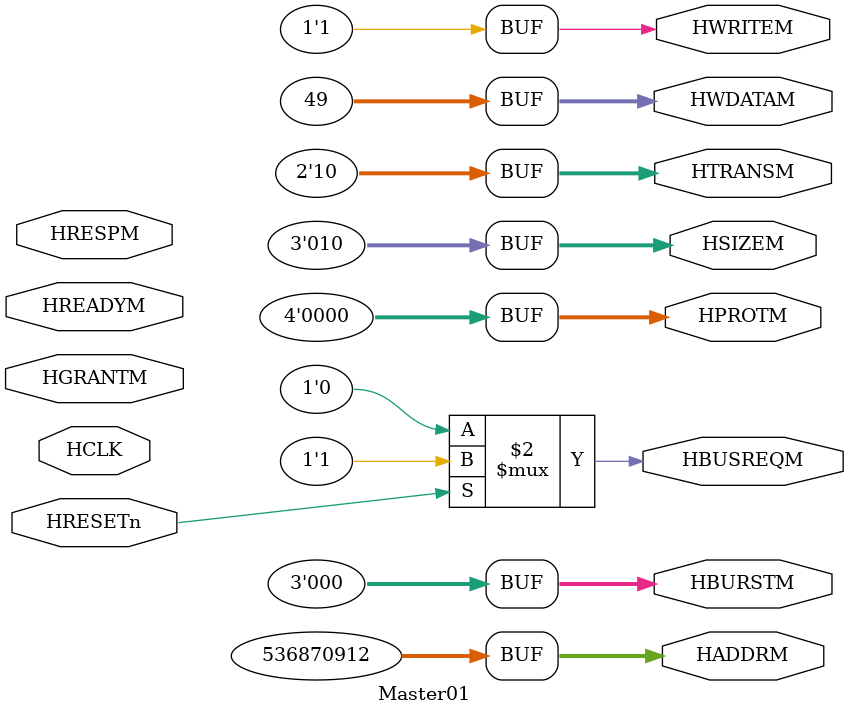
<source format=v>

module Master01  (HCLK, HRESETn,HREADYM,HRESPM,HGRANTM, HADDRM, HTRANSM, HWRITEM, HSIZEM, HBURSTM, HPROTM,
          HWDATAM, HBUSREQM
          );

  // Signals used during normal operation 
  input     HCLK;
  input     HRESETn;

  // Signals from AMBA bus used during normal operation
  input         HREADYM;
  input  [1:0]  HRESPM;    //dont care
  input         HGRANTM; 

  // Signals to AMBA bus used during normal operation
  output[31:0] HADDRM;
  output [1:0] HTRANSM;
  output       HWRITEM;
  output [2:0] HSIZEM;
  output [2:0] HBURSTM;
  output [3:0] HPROTM;
  output[31:0] HWDATAM;
  output       HBUSREQM;



  //---------------------------------------------------------------------- 
  // Signal declarations
  //----------------------------------------------------------------------


  assign HBURSTM = 3'b000;  //SINGLE
  assign HSIZEM = 3'b010;  //WORD
  assign HWRITEM = 1'b1 ;   
  assign HADDRM = 32'h2000_0000; //Tube
  assign HTRANSM = 2'b10;  // NONSEQ
  assign HBUSREQM = (~HRESETn)?1'b0:1'b1;   
  assign HWDATAM = 32'h0000_0031;
  assign HPROTM = 4'b0000;

  
endmodule


</source>
